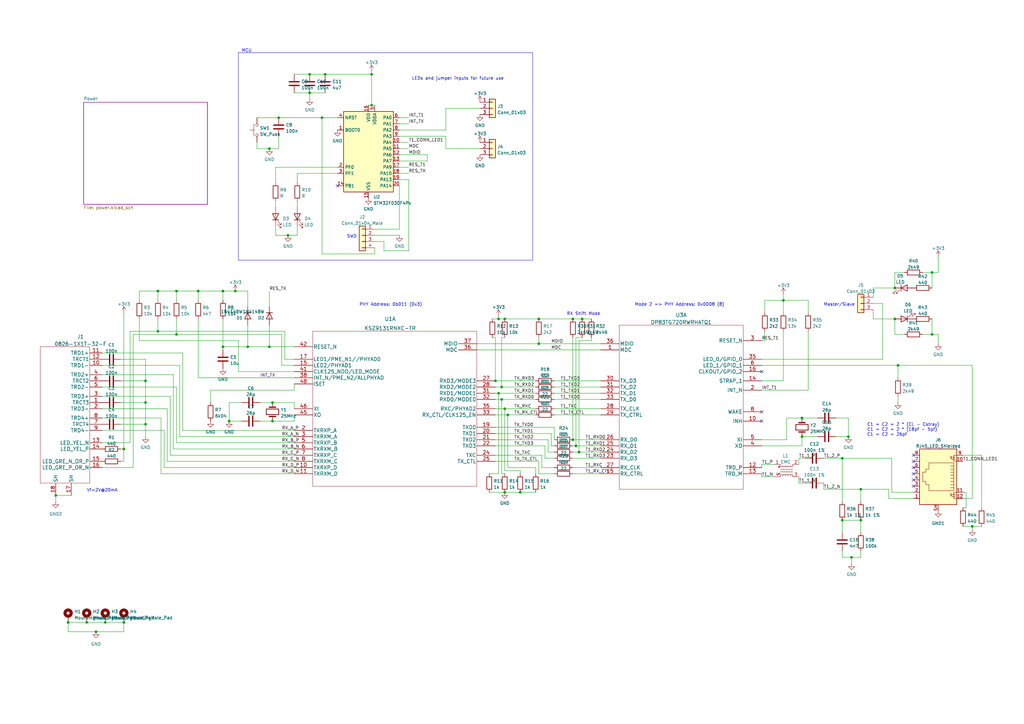
<source format=kicad_sch>
(kicad_sch (version 20230121) (generator eeschema)
  (paper "A3")
  (junction (at 213.36 201.93))
  (junction (at 43.18 255.27))
  (junction (at 207.01 130.81))
  (junction (at 101.6 142.24))
  (junction (at 398.78 215.9))
  (junction (at 59.69 156.21))
  (junction (at 127 38.1))
  (junction (at 207.01 201.93))
  (junction (at 81.28 119.38))
  (junction (at 321.31 123.19))
  (junction (at 220.98 140.97))
  (junction (at 118.11 96.52))
  (junction (at 347.98 179.07))
  (junction (at 345.44 213.36))
  (junction (at 114.3 48.26))
  (junction (at 367.03 130.81))
  (junction (at 204.47 130.81))
  (junction (at 236.22 182.88))
  (junction (at 234.95 180.34))
  (junction (at 238.76 130.81))
  (junction (at 353.06 213.36))
  (junction (at 152.4 43.18))
  (junction (at 220.98 130.81))
  (junction (at 27.94 255.27))
  (junction (at 208.28 170.18))
  (junction (at 96.52 119.38))
  (junction (at 205.74 163.83))
  (junction (at 152.4 30.48))
  (junction (at 93.98 172.72))
  (junction (at 39.37 259.08))
  (junction (at 367.03 118.11))
  (junction (at 35.56 255.27))
  (junction (at 50.8 184.15))
  (junction (at 59.69 173.99))
  (junction (at 91.44 142.24))
  (junction (at 22.86 203.2))
  (junction (at 111.76 165.1))
  (junction (at 111.76 172.72))
  (junction (at 349.25 228.6))
  (junction (at 132.08 48.26))
  (junction (at 237.49 185.42))
  (junction (at 203.2 156.21))
  (junction (at 368.3 149.86))
  (junction (at 110.49 60.96))
  (junction (at 328.93 171.45))
  (junction (at 382.27 111.76))
  (junction (at 91.44 119.38))
  (junction (at 345.44 187.96))
  (junction (at 50.8 255.27))
  (junction (at 72.39 137.16))
  (junction (at 110.49 142.24))
  (junction (at 59.69 165.1))
  (junction (at 234.95 130.81))
  (junction (at 133.35 30.48))
  (junction (at 328.93 179.07))
  (junction (at 64.77 119.38))
  (junction (at 382.27 137.16))
  (junction (at 205.74 158.75))
  (junction (at 64.77 135.89))
  (junction (at 353.06 200.66))
  (junction (at 72.39 119.38))
  (junction (at 204.47 161.29))
  (junction (at 127 30.48))
  (junction (at 207.01 167.64))
  (no_connect (at 312.42 152.4))
  (no_connect (at 374.65 196.85))
  (no_connect (at 374.65 199.39))
  (no_connect (at 374.65 189.23))
  (no_connect (at 138.43 76.2))
  (no_connect (at 312.42 168.91))
  (no_connect (at 374.65 191.77))
  (no_connect (at 374.65 186.69))
  (no_connect (at 374.65 194.31))
  (no_connect (at 312.42 172.72))
  (wire (pts (xy 204.47 161.29) (xy 219.71 161.29)))
  (wire (pts (xy 49.53 156.21) (xy 59.69 156.21)))
  (wire (pts (xy 91.44 142.24) (xy 101.6 142.24)))
  (wire (pts (xy 86.36 160.02) (xy 120.65 160.02)))
  (wire (pts (xy 93.98 165.1) (xy 93.98 172.72)))
  (wire (pts (xy 345.44 226.06) (xy 345.44 228.6)))
  (wire (pts (xy 27.94 259.08) (xy 39.37 259.08)))
  (wire (pts (xy 382.27 137.16) (xy 382.27 130.81)))
  (wire (pts (xy 234.95 180.34) (xy 246.38 180.34)))
  (wire (pts (xy 57.15 139.7) (xy 57.15 130.81)))
  (wire (pts (xy 105.41 58.42) (xy 105.41 60.96)))
  (wire (pts (xy 116.84 147.32) (xy 120.65 147.32)))
  (wire (pts (xy 71.12 153.67) (xy 71.12 184.15)))
  (wire (pts (xy 163.83 63.5) (xy 175.26 63.5)))
  (wire (pts (xy 81.28 119.38) (xy 91.44 119.38)))
  (wire (pts (xy 66.04 171.45) (xy 66.04 194.31)))
  (wire (pts (xy 204.47 130.81) (xy 207.01 130.81)))
  (wire (pts (xy 370.84 137.16) (xy 367.03 137.16)))
  (wire (pts (xy 203.2 138.43) (xy 203.2 156.21)))
  (wire (pts (xy 227.33 163.83) (xy 246.38 163.83)))
  (wire (pts (xy 41.91 191.77) (xy 54.61 191.77)))
  (wire (pts (xy 120.65 142.24) (xy 110.49 142.24)))
  (wire (pts (xy 349.25 228.6) (xy 353.06 228.6)))
  (wire (pts (xy 93.98 172.72) (xy 99.06 172.72)))
  (wire (pts (xy 50.8 259.08) (xy 39.37 259.08)))
  (wire (pts (xy 203.2 186.69) (xy 222.25 186.69)))
  (wire (pts (xy 353.06 213.36) (xy 353.06 218.44)))
  (wire (pts (xy 203.2 161.29) (xy 204.47 161.29)))
  (wire (pts (xy 345.44 213.36) (xy 353.06 213.36)))
  (wire (pts (xy 57.15 119.38) (xy 64.77 119.38)))
  (wire (pts (xy 120.65 191.77) (xy 67.31 191.77)))
  (wire (pts (xy 106.68 172.72) (xy 111.76 172.72)))
  (polyline (pts (xy 97.79 21.59) (xy 97.79 106.68)))
  (wire (pts (xy 68.58 167.64) (xy 41.91 167.64)))
  (wire (pts (xy 368.3 149.86) (xy 368.3 154.94)))
  (polyline (pts (xy 97.79 106.68) (xy 218.44 106.68)))
  (wire (pts (xy 106.68 165.1) (xy 111.76 165.1)))
  (wire (pts (xy 69.85 162.56) (xy 41.91 162.56)))
  (wire (pts (xy 220.98 189.23) (xy 220.98 194.31)))
  (wire (pts (xy 327.66 190.5) (xy 327.66 187.96)))
  (wire (pts (xy 152.4 30.48) (xy 152.4 43.18)))
  (wire (pts (xy 167.64 58.42) (xy 163.83 58.42)))
  (wire (pts (xy 163.83 73.66) (xy 167.64 73.66)))
  (wire (pts (xy 213.36 194.31) (xy 213.36 193.04)))
  (wire (pts (xy 132.08 104.14) (xy 132.08 48.26)))
  (wire (pts (xy 337.82 200.66) (xy 353.06 200.66)))
  (wire (pts (xy 227.33 161.29) (xy 246.38 161.29)))
  (wire (pts (xy 353.06 200.66) (xy 353.06 205.74)))
  (wire (pts (xy 22.86 203.2) (xy 29.21 203.2)))
  (wire (pts (xy 321.31 120.65) (xy 321.31 123.19)))
  (wire (pts (xy 201.93 138.43) (xy 203.2 138.43)))
  (wire (pts (xy 398.78 149.86) (xy 398.78 204.47)))
  (wire (pts (xy 163.83 48.26) (xy 167.64 48.26)))
  (wire (pts (xy 127 38.1) (xy 127 40.64)))
  (wire (pts (xy 384.81 111.76) (xy 382.27 111.76)))
  (wire (pts (xy 242.57 138.43) (xy 242.57 139.7)))
  (wire (pts (xy 219.71 194.31) (xy 219.71 191.77)))
  (wire (pts (xy 224.79 185.42) (xy 227.33 185.42)))
  (wire (pts (xy 120.65 160.02) (xy 120.65 157.48)))
  (wire (pts (xy 312.42 190.5) (xy 317.5 190.5)))
  (wire (pts (xy 345.44 228.6) (xy 349.25 228.6)))
  (wire (pts (xy 91.44 130.81) (xy 91.44 142.24)))
  (wire (pts (xy 163.83 76.2) (xy 163.83 93.98)))
  (wire (pts (xy 115.57 149.86) (xy 120.65 149.86)))
  (wire (pts (xy 81.28 119.38) (xy 81.28 123.19)))
  (wire (pts (xy 312.42 194.31) (xy 312.42 195.58)))
  (wire (pts (xy 22.86 203.2) (xy 22.86 205.74)))
  (wire (pts (xy 111.76 172.72) (xy 120.65 172.72)))
  (wire (pts (xy 81.28 130.81) (xy 81.28 154.94)))
  (wire (pts (xy 72.39 137.16) (xy 115.57 137.16)))
  (wire (pts (xy 27.94 255.27) (xy 27.94 259.08)))
  (wire (pts (xy 110.49 119.38) (xy 110.49 125.73)))
  (wire (pts (xy 120.65 194.31) (xy 66.04 194.31)))
  (wire (pts (xy 207.01 130.81) (xy 220.98 130.81)))
  (wire (pts (xy 313.69 135.89) (xy 313.69 139.7)))
  (wire (pts (xy 353.06 200.66) (xy 364.49 200.66)))
  (wire (pts (xy 114.3 48.26) (xy 132.08 48.26)))
  (wire (pts (xy 331.47 160.02) (xy 312.42 160.02)))
  (wire (pts (xy 203.2 182.88) (xy 223.52 182.88)))
  (wire (pts (xy 163.83 50.8) (xy 167.64 50.8)))
  (wire (pts (xy 237.49 139.7) (xy 237.49 185.42)))
  (wire (pts (xy 394.97 208.28) (xy 396.24 208.28)))
  (wire (pts (xy 234.95 130.81) (xy 238.76 130.81)))
  (wire (pts (xy 157.48 102.87) (xy 157.48 99.06)))
  (wire (pts (xy 384.81 137.16) (xy 382.27 137.16)))
  (wire (pts (xy 113.03 92.71) (xy 113.03 96.52)))
  (wire (pts (xy 242.57 139.7) (xy 237.49 139.7)))
  (wire (pts (xy 121.92 96.52) (xy 118.11 96.52)))
  (wire (pts (xy 120.65 38.1) (xy 127 38.1)))
  (wire (pts (xy 328.93 179.07) (xy 328.93 182.88)))
  (wire (pts (xy 365.76 187.96) (xy 365.76 201.93)))
  (wire (pts (xy 101.6 133.35) (xy 101.6 142.24)))
  (wire (pts (xy 227.33 158.75) (xy 246.38 158.75)))
  (wire (pts (xy 175.26 63.5) (xy 175.26 66.04)))
  (wire (pts (xy 74.93 144.78) (xy 41.91 144.78)))
  (wire (pts (xy 321.31 128.27) (xy 321.31 123.19)))
  (wire (pts (xy 163.83 71.12) (xy 167.64 71.12)))
  (wire (pts (xy 368.3 149.86) (xy 398.78 149.86)))
  (wire (pts (xy 97.79 152.4) (xy 97.79 139.7)))
  (wire (pts (xy 153.67 101.6) (xy 153.67 104.14)))
  (wire (pts (xy 398.78 215.9) (xy 398.78 217.17)))
  (wire (pts (xy 64.77 130.81) (xy 64.77 135.89)))
  (wire (pts (xy 116.84 135.89) (xy 116.84 147.32)))
  (wire (pts (xy 67.31 176.53) (xy 41.91 176.53)))
  (wire (pts (xy 227.33 167.64) (xy 246.38 167.64)))
  (wire (pts (xy 49.53 147.32) (xy 59.69 147.32)))
  (wire (pts (xy 347.98 171.45) (xy 347.98 179.07)))
  (wire (pts (xy 120.65 30.48) (xy 127 30.48)))
  (wire (pts (xy 203.2 189.23) (xy 220.98 189.23)))
  (wire (pts (xy 220.98 194.31) (xy 227.33 194.31)))
  (wire (pts (xy 113.03 82.55) (xy 113.03 85.09)))
  (wire (pts (xy 219.71 191.77) (xy 208.28 191.77)))
  (wire (pts (xy 49.53 165.1) (xy 59.69 165.1)))
  (wire (pts (xy 213.36 193.04) (xy 207.01 193.04)))
  (wire (pts (xy 222.25 186.69) (xy 222.25 191.77)))
  (wire (pts (xy 337.82 198.12) (xy 337.82 200.66)))
  (wire (pts (xy 322.58 180.34) (xy 322.58 171.45)))
  (wire (pts (xy 312.42 149.86) (xy 368.3 149.86)))
  (wire (pts (xy 327.66 195.58) (xy 327.66 198.12)))
  (wire (pts (xy 321.31 123.19) (xy 313.69 123.19)))
  (wire (pts (xy 322.58 171.45) (xy 328.93 171.45)))
  (wire (pts (xy 234.95 194.31) (xy 246.38 194.31)))
  (wire (pts (xy 207.01 201.93) (xy 213.36 201.93)))
  (wire (pts (xy 223.52 187.96) (xy 227.33 187.96)))
  (wire (pts (xy 313.69 123.19) (xy 313.69 128.27)))
  (wire (pts (xy 49.53 189.23) (xy 50.8 189.23)))
  (wire (pts (xy 43.18 255.27) (xy 50.8 255.27)))
  (wire (pts (xy 203.2 175.26) (xy 227.33 175.26)))
  (wire (pts (xy 312.42 182.88) (xy 328.93 182.88)))
  (wire (pts (xy 358.14 121.92) (xy 358.14 118.11)))
  (wire (pts (xy 74.93 176.53) (xy 74.93 144.78)))
  (wire (pts (xy 398.78 215.9) (xy 402.59 215.9)))
  (wire (pts (xy 152.4 43.18) (xy 153.67 43.18)))
  (wire (pts (xy 133.35 30.48) (xy 152.4 30.48)))
  (wire (pts (xy 72.39 119.38) (xy 72.39 123.19)))
  (wire (pts (xy 208.28 170.18) (xy 219.71 170.18)))
  (wire (pts (xy 157.48 99.06) (xy 153.67 99.06)))
  (wire (pts (xy 182.88 53.34) (xy 182.88 44.45)))
  (wire (pts (xy 234.95 138.43) (xy 234.95 180.34)))
  (wire (pts (xy 163.83 53.34) (xy 182.88 53.34)))
  (wire (pts (xy 91.44 123.19) (xy 91.44 119.38)))
  (wire (pts (xy 151.13 43.18) (xy 152.4 43.18)))
  (wire (pts (xy 364.49 204.47) (xy 374.65 204.47)))
  (wire (pts (xy 402.59 186.69) (xy 402.59 208.28)))
  (wire (pts (xy 226.06 182.88) (xy 227.33 182.88)))
  (wire (pts (xy 312.42 156.21) (xy 321.31 156.21)))
  (wire (pts (xy 54.61 137.16) (xy 72.39 137.16)))
  (wire (pts (xy 208.28 191.77) (xy 208.28 170.18)))
  (wire (pts (xy 110.49 142.24) (xy 110.49 133.35)))
  (wire (pts (xy 49.53 173.99) (xy 59.69 173.99)))
  (wire (pts (xy 312.42 180.34) (xy 322.58 180.34)))
  (wire (pts (xy 367.03 137.16) (xy 367.03 130.81)))
  (wire (pts (xy 220.98 140.97) (xy 246.38 140.97)))
  (wire (pts (xy 207.01 193.04) (xy 207.01 167.64)))
  (wire (pts (xy 120.65 172.72) (xy 120.65 170.18)))
  (wire (pts (xy 195.58 143.51) (xy 246.38 143.51)))
  (wire (pts (xy 105.41 48.26) (xy 114.3 48.26)))
  (wire (pts (xy 238.76 130.81) (xy 242.57 130.81)))
  (wire (pts (xy 72.39 158.75) (xy 41.91 158.75)))
  (wire (pts (xy 72.39 181.61) (xy 72.39 158.75)))
  (wire (pts (xy 394.97 201.93) (xy 396.24 201.93)))
  (wire (pts (xy 234.95 182.88) (xy 236.22 182.88)))
  (wire (pts (xy 163.83 66.04) (xy 175.26 66.04)))
  (wire (pts (xy 59.69 156.21) (xy 59.69 165.1)))
  (wire (pts (xy 398.78 204.47) (xy 394.97 204.47)))
  (wire (pts (xy 367.03 118.11) (xy 367.03 111.76)))
  (wire (pts (xy 113.03 96.52) (xy 118.11 96.52)))
  (wire (pts (xy 59.69 173.99) (xy 59.69 179.07)))
  (wire (pts (xy 121.92 71.12) (xy 121.92 74.93)))
  (wire (pts (xy 205.74 158.75) (xy 219.71 158.75)))
  (wire (pts (xy 163.83 68.58) (xy 167.64 68.58)))
  (wire (pts (xy 358.14 127) (xy 358.14 130.81)))
  (wire (pts (xy 59.69 147.32) (xy 59.69 156.21)))
  (wire (pts (xy 321.31 156.21) (xy 321.31 135.89)))
  (wire (pts (xy 138.43 68.58) (xy 113.03 68.58)))
  (wire (pts (xy 101.6 119.38) (xy 96.52 119.38)))
  (wire (pts (xy 331.47 128.27) (xy 331.47 123.19)))
  (wire (pts (xy 120.65 179.07) (xy 73.66 179.07)))
  (wire (pts (xy 365.76 201.93) (xy 374.65 201.93)))
  (wire (pts (xy 121.92 82.55) (xy 121.92 85.09)))
  (wire (pts (xy 66.04 171.45) (xy 41.91 171.45)))
  (wire (pts (xy 182.88 60.96) (xy 196.85 60.96)))
  (wire (pts (xy 50.8 184.15) (xy 50.8 189.23)))
  (wire (pts (xy 328.93 171.45) (xy 335.28 171.45)))
  (wire (pts (xy 27.94 255.27) (xy 35.56 255.27)))
  (wire (pts (xy 64.77 135.89) (xy 116.84 135.89)))
  (wire (pts (xy 54.61 191.77) (xy 54.61 137.16)))
  (wire (pts (xy 384.81 140.97) (xy 384.81 137.16)))
  (wire (pts (xy 223.52 182.88) (xy 223.52 187.96)))
  (wire (pts (xy 120.65 152.4) (xy 97.79 152.4)))
  (wire (pts (xy 220.98 138.43) (xy 220.98 140.97)))
  (wire (pts (xy 327.66 187.96) (xy 330.2 187.96)))
  (wire (pts (xy 64.77 119.38) (xy 72.39 119.38)))
  (wire (pts (xy 224.79 180.34) (xy 224.79 185.42)))
  (wire (pts (xy 364.49 200.66) (xy 364.49 204.47)))
  (wire (pts (xy 53.34 135.89) (xy 64.77 135.89)))
  (wire (pts (xy 236.22 138.43) (xy 236.22 182.88)))
  (wire (pts (xy 203.2 180.34) (xy 224.79 180.34)))
  (wire (pts (xy 91.44 119.38) (xy 96.52 119.38)))
  (wire (pts (xy 105.41 60.96) (xy 110.49 60.96)))
  (wire (pts (xy 121.92 92.71) (xy 121.92 96.52)))
  (wire (pts (xy 71.12 153.67) (xy 41.91 153.67)))
  (wire (pts (xy 342.9 171.45) (xy 347.98 171.45)))
  (wire (pts (xy 114.3 55.88) (xy 114.3 60.96)))
  (wire (pts (xy 207.01 167.64) (xy 219.71 167.64)))
  (wire (pts (xy 35.56 255.27) (xy 43.18 255.27)))
  (wire (pts (xy 153.67 104.14) (xy 132.08 104.14)))
  (wire (pts (xy 167.64 102.87) (xy 157.48 102.87)))
  (wire (pts (xy 67.31 191.77) (xy 67.31 176.53)))
  (wire (pts (xy 73.66 179.07) (xy 73.66 149.86)))
  (wire (pts (xy 120.65 176.53) (xy 74.93 176.53)))
  (wire (pts (xy 201.93 130.81) (xy 204.47 130.81)))
  (wire (pts (xy 378.46 137.16) (xy 382.27 137.16)))
  (wire (pts (xy 72.39 130.81) (xy 72.39 137.16)))
  (wire (pts (xy 91.44 142.24) (xy 91.44 143.51)))
  (wire (pts (xy 349.25 228.6) (xy 349.25 231.14)))
  (wire (pts (xy 99.06 165.1) (xy 93.98 165.1)))
  (wire (pts (xy 345.44 187.96) (xy 365.76 187.96)))
  (wire (pts (xy 207.01 194.31) (xy 205.74 194.31)))
  (wire (pts (xy 120.65 165.1) (xy 120.65 167.64)))
  (wire (pts (xy 236.22 138.43) (xy 238.76 138.43)))
  (wire (pts (xy 234.95 187.96) (xy 246.38 187.96)))
  (wire (pts (xy 207.01 138.43) (xy 205.74 138.43)))
  (wire (pts (xy 312.42 195.58) (xy 317.5 195.58)))
  (wire (pts (xy 220.98 130.81) (xy 234.95 130.81)))
  (wire (pts (xy 234.95 185.42) (xy 237.49 185.42)))
  (wire (pts (xy 101.6 142.24) (xy 110.49 142.24)))
  (wire (pts (xy 361.95 124.46) (xy 361.95 147.32)))
  (wire (pts (xy 69.85 186.69) (xy 69.85 162.56)))
  (wire (pts (xy 138.43 71.12) (xy 121.92 71.12)))
  (wire (pts (xy 195.58 140.97) (xy 220.98 140.97)))
  (wire (pts (xy 86.36 165.1) (xy 86.36 160.02)))
  (wire (pts (xy 182.88 55.88) (xy 182.88 60.96)))
  (wire (pts (xy 97.79 139.7) (xy 57.15 139.7)))
  (wire (pts (xy 50.8 255.27) (xy 50.8 259.08)))
  (wire (pts (xy 127 38.1) (xy 133.35 38.1)))
  (wire (pts (xy 227.33 170.18) (xy 246.38 170.18)))
  (wire (pts (xy 331.47 135.89) (xy 331.47 160.02)))
  (wire (pts (xy 394.97 215.9) (xy 398.78 215.9)))
  (wire (pts (xy 345.44 187.96) (xy 345.44 205.74)))
  (wire (pts (xy 64.77 123.19) (xy 64.77 119.38)))
  (wire (pts (xy 367.03 111.76) (xy 370.84 111.76)))
  (wire (pts (xy 115.57 137.16) (xy 115.57 149.86)))
  (wire (pts (xy 72.39 119.38) (xy 81.28 119.38)))
  (wire (pts (xy 59.69 165.1) (xy 59.69 173.99)))
  (wire (pts (xy 68.58 189.23) (xy 68.58 167.64)))
  (wire (pts (xy 227.33 175.26) (xy 227.33 180.34)))
  (wire (pts (xy 205.74 138.43) (xy 205.74 158.75)))
  (wire (pts (xy 378.46 111.76) (xy 382.27 111.76)))
  (wire (pts (xy 358.14 124.46) (xy 361.95 124.46)))
  (wire (pts (xy 382.27 111.76) (xy 382.27 118.11)))
  (wire (pts (xy 81.28 154.94) (xy 120.65 154.94)))
  (wire (pts (xy 205.74 163.83) (xy 205.74 194.31)))
  (wire (pts (xy 73.66 149.86) (xy 41.91 149.86)))
  (wire (pts (xy 200.66 194.31) (xy 204.47 194.31)))
  (wire (pts (xy 384.81 105.41) (xy 384.81 111.76)))
  (wire (pts (xy 226.06 177.8) (xy 226.06 182.88)))
  (wire (pts (xy 167.64 73.66) (xy 167.64 102.87)))
  (wire (pts (xy 394.97 186.69) (xy 402.59 186.69)))
  (wire (pts (xy 113.03 68.58) (xy 113.03 74.93)))
  (wire (pts (xy 237.49 185.42) (xy 246.38 185.42)))
  (wire (pts (xy 312.42 191.77) (xy 312.42 190.5)))
  (wire (pts (xy 203.2 158.75) (xy 205.74 158.75)))
  (wire (pts (xy 331.47 123.19) (xy 321.31 123.19)))
  (wire (pts (xy 120.65 186.69) (xy 69.85 186.69)))
  (wire (pts (xy 203.2 167.64) (xy 207.01 167.64)))
  (wire (pts (xy 312.42 147.32) (xy 361.95 147.32)))
  (wire (pts (xy 132.08 48.26) (xy 138.43 48.26)))
  (polyline (pts (xy 218.44 106.68) (xy 218.44 21.59)))
  (wire (pts (xy 53.34 135.89) (xy 53.34 181.61)))
  (wire (pts (xy 236.22 182.88) (xy 246.38 182.88)))
  (wire (pts (xy 203.2 163.83) (xy 205.74 163.83)))
  (wire (pts (xy 203.2 170.18) (xy 208.28 170.18)))
  (wire (pts (xy 153.67 96.52) (xy 163.83 96.52)))
  (wire (pts (xy 152.4 29.21) (xy 152.4 30.48)))
  (wire (pts (xy 163.83 60.96) (xy 167.64 60.96)))
  (polyline (pts (xy 97.79 21.59) (xy 218.44 21.59)))
  (wire (pts (xy 345.44 213.36) (xy 345.44 218.44)))
  (wire (pts (xy 101.6 125.73) (xy 101.6 119.38)))
  (wire (pts (xy 342.9 179.07) (xy 347.98 179.07)))
  (wire (pts (xy 182.88 44.45) (xy 196.85 44.45)))
  (wire (pts (xy 50.8 128.27) (xy 50.8 184.15)))
  (wire (pts (xy 127 30.48) (xy 133.35 30.48)))
  (wire (pts (xy 204.47 194.31) (xy 204.47 161.29)))
  (wire (pts (xy 163.83 93.98) (xy 153.67 93.98)))
  (wire (pts (xy 368.3 162.56) (xy 368.3 165.1)))
  (wire (pts (xy 328.93 179.07) (xy 335.28 179.07)))
  (wire (pts (xy 358.14 130.81) (xy 367.03 130.81)))
  (wire (pts (xy 120.65 189.23) (xy 68.58 189.23)))
  (wire (pts (xy 203.2 177.8) (xy 226.06 177.8)))
  (wire (pts (xy 204.47 129.54) (xy 204.47 130.81)))
  (wire (pts (xy 396.24 201.93) (xy 396.24 208.28)))
  (wire (pts (xy 163.83 55.88) (xy 182.88 55.88)))
  (wire (pts (xy 205.74 163.83) (xy 219.71 163.83)))
  (wire (pts (xy 120.65 181.61) (xy 72.39 181.61)))
  (wire (pts (xy 227.33 156.21) (xy 246.38 156.21)))
  (wire (pts (xy 114.3 60.96) (xy 110.49 60.96)))
  (wire (pts (xy 120.65 184.15) (xy 71.12 184.15)))
  (wire (pts (xy 327.66 198.12) (xy 330.2 198.12)))
  (wire (pts (xy 358.14 118.11) (xy 367.03 118.11)))
  (wire (pts (xy 312.42 139.7) (xy 313.69 139.7)))
  (wire (pts (xy 200.66 201.93) (xy 207.01 201.93)))
  (wire (pts (xy 53.34 181.61) (xy 41.91 181.61)))
  (wire (pts (xy 49.53 184.15) (xy 50.8 184.15)))
  (wire (pts (xy 222.25 191.77) (xy 227.33 191.77)))
  (wire (pts (xy 337.82 187.96) (xy 345.44 187.96)))
  (wire (pts (xy 203.2 156.21) (xy 219.71 156.21)))
  (wire (pts (xy 213.36 201.93) (xy 219.71 201.93)))
  (wire (pts (xy 353.06 226.06) (xy 353.06 228.6)))
  (wire (pts (xy 234.95 191.77) (xy 246.38 191.77)))
  (wire (pts (xy 111.76 165.1) (xy 120.65 165.1)))
  (wire (pts (xy 57.15 123.19) (xy 57.15 119.38)))
  (text "Vf=2V@20mA" (at 35.56 201.93 0) (effects (font (size 1.27 1.27)) (justify left bottom)))
  (text "LEDs and jumper inputs for future use" (at 168.91 33.02 0) (effects (font (size 1.27 1.27)) (justify left bottom)))
  (text "Mode 2 => PHY Address: 0x0008 (8)" (at 260.35 125.73 0) (effects (font (size 1.27 1.27)) (justify left bottom)))
  (text "C1 = C2 = 2 * (CL - Cstray)\nC1 = C2 = 2 * (18pf - 5pf)\nC1 = C2 = 26pf" (at 355.6 179.07 0) (effects (font (size 1.27 1.27)) (justify left bottom)))
  (text "SWD" (at 142.24 97.79 0) (effects (font (size 1.27 1.27)) (justify left bottom)))
  (text "RX Shift Mode" (at 232.41 129.54 0) (effects (font (size 1.27 1.27)) (justify left bottom)))
  (text "PHY Address: 0b011 (0x3)" (at 147.32 125.73 0) (effects (font (size 1.27 1.27)) (justify left bottom)))
  (text "MCU" (at 99.06 21.59 0) (effects (font (size 1.27 1.27)) (justify left bottom)))
  (text "Master/Slave" (at 337.82 125.73 0) (effects (font (size 1.27 1.27)) (justify left bottom)))
  (label "T1_2_P" (at 337.82 187.96 0))
  (label "T1_CONN_LED1" (at 394.97 189.23 0))
  (label "RES_T1" (at 312.42 139.7 0))
  (label "TX_TXD3" (at 210.82 182.88 0))
  (label "TX_RXD3" (at 210.82 156.21 0))
  (label "TX_RXD0" (at 210.82 163.83 0))
  (label "RES_T1" (at 167.64 68.58 0))
  (label "T1_RXC" (at 240.03 191.77 0))
  (label "T1_1_P" (at 327.66 187.96 0))
  (label "RES_TX" (at 110.49 119.38 0))
  (label "TX_RXD1" (at 210.82 161.29 0))
  (label "INT_T1" (at 167.64 48.26 0))
  (label "RX_C_P" (at 115.57 186.69 0))
  (label "T1_N" (at 312.42 195.58 0))
  (label "TX_RX_CTL" (at 210.82 170.18 0))
  (label "T1_TXD3" (at 229.87 156.21 0))
  (label "MDC" (at 167.64 60.96 0))
  (label "INT_TX" (at 167.64 50.8 0))
  (label "RX_A_N" (at 115.57 179.07 0))
  (label "T1_RXD0" (at 240.03 180.34 0))
  (label "INT_T1" (at 312.42 160.02 0))
  (label "RX_B_P" (at 115.57 181.61 0))
  (label "TX_RXC" (at 210.82 167.64 0))
  (label "T1_TXD0" (at 229.87 163.83 0))
  (label "T1_RX_CTL" (at 240.03 194.31 0))
  (label "TX_TXD1" (at 210.82 177.8 0))
  (label "RES_TX" (at 167.64 71.12 0))
  (label "T1_RXD1" (at 240.03 182.88 0))
  (label "RX_A_P" (at 115.57 176.53 0))
  (label "INT_TX" (at 106.68 154.94 0))
  (label "T1_TXD1" (at 229.87 161.29 0))
  (label "T1_2_N" (at 337.82 200.66 0))
  (label "T1_P" (at 312.42 190.5 0))
  (label "T1_RXD2" (at 240.03 185.42 0))
  (label "T1_CONN_LED1" (at 167.64 58.42 0))
  (label "TX_TXC" (at 210.82 186.69 0))
  (label "T1_RXD3" (at 240.03 187.96 0))
  (label "MDIO" (at 226.06 140.97 0))
  (label "RX_D_N" (at 115.57 194.31 0))
  (label "T1_TXD2" (at 229.87 158.75 0))
  (label "T1_1_N" (at 327.66 198.12 0))
  (label "TX_RXD2" (at 210.82 158.75 0))
  (label "TX_TXD2" (at 210.82 180.34 0))
  (label "TX_TXD0" (at 210.82 175.26 0))
  (label "RX_C_N" (at 115.57 189.23 0))
  (label "T1_TX_CTL" (at 229.87 170.18 0))
  (label "MDC" (at 226.06 143.51 0))
  (label "RX_D_P" (at 115.57 191.77 0))
  (label "TX_TX_CTL" (at 210.82 189.23 0))
  (label "RX_B_N" (at 115.57 184.15 0))
  (label "T1_TXC" (at 229.87 167.64 0))
  (label "MDIO" (at 167.64 63.5 0))
  (symbol (lib_id "Device:R") (at 231.14 194.31 90) (unit 1)
    (property "Reference" "R29" (at 231.14 189.5942 90))
    (property "Value" "22" (at 231.14 192.1311 90))
    (property "Footprint" "Resistor_SMD:R_0402_1005Metric" (effects hide))
  )
  (symbol (lib_id "power:GND") (at 196.85 63.5 0) (unit 1)
    (property "Reference" "#PWR018" (effects hide))
    (property "Value" "GND" (at 196.85 67.9434 0))
  )
  (symbol (lib_id "project_lib:0826-1X1T-32-F") (at 41.91 144.78 0) (mirror y) (unit 1)
    (property "Reference" "J1" (at 33.02 138.0924 0) (effects (font (size 1.524 1.524))))
    (property "Value" "0826-1X1T-32-F" (at 33.02 141.0858 0) (effects (font (size 1.524 1.524))))
    (property "Footprint" "project_lib:0826-1X1T-32-F" (effects hide))
  )
  (symbol (lib_id "Device:R") (at 201.93 134.62 0) (unit 1)
    (property "Reference" "R12" (at 203.708 133.7853 0) (effects (justify left)))
    (property "Value" "10k" (at 203.708 136.3222 0) (effects (justify left)))
    (property "Footprint" "Resistor_SMD:R_0402_1005Metric" (effects hide))
  )
  (symbol (lib_id "Connector_Generic:Conn_01x03") (at 201.93 44.45 0) (unit 1)
    (property "Reference" "J3" (at 203.962 43.6153 0) (effects (justify left)))
    (property "Value" "Conn_01x03" (at 203.962 46.1522 0) (effects (justify left)))
    (property "Footprint" "Connector_PinHeader_2.54mm:PinHeader_1x03_P2.54mm_Vertical" (effects hide))
  )
  (symbol (lib_id "Connector_Generic:Conn_01x04") (at 148.59 96.52 0) (mirror y) (unit 1)
    (property "Reference" "J2" (at 148.59 89.0102 0))
    (property "Value" "Conn_01x04_Male" (at 148.59 91.5471 0))
    (property "Footprint" "Connector_PinHeader_2.54mm:PinHeader_1x04_P2.54mm_Vertical" (effects hide))
  )
  (symbol (lib_id "power:GND") (at 349.25 231.14 0) (unit 1)
    (property "Reference" "#PWR023" (effects hide))
    (property "Value" "GND" (at 349.25 235.5834 0))
  )
  (symbol (lib_id "power:GND") (at 91.44 151.13 0) (unit 1)
    (property "Reference" "#PWR05" (effects hide))
    (property "Value" "GND" (at 91.44 155.5734 0))
  )
  (symbol (lib_id "power:+3V3") (at 196.85 41.91 0) (unit 1)
    (property "Reference" "#PWR015" (effects hide))
    (property "Value" "+3V3" (at 196.85 38.3342 0))
  )
  (symbol (lib_id "Device:R") (at 378.46 130.81 90) (unit 1)
    (property "Reference" "R43" (at 378.46 126.0942 90))
    (property "Value" "440" (at 378.46 128.6311 90))
    (property "Footprint" "Resistor_SMD:R_0402_1005Metric" (effects hide))
  )
  (symbol (lib_id "power:GND") (at 384.81 140.97 0) (unit 1)
    (property "Reference" "#PWR026" (effects hide))
    (property "Value" "GND" (at 384.81 145.4134 0))
  )
  (symbol (lib_id "Device:C") (at 102.87 165.1 90) (unit 1)
    (property "Reference" "C6" (at 102.87 159.2412 90))
    (property "Value" "26p" (at 102.87 161.7781 90))
    (property "Footprint" "Capacitor_SMD:C_0402_1005Metric" (effects hide))
  )
  (symbol (lib_id "Device:R") (at 64.77 127 0) (unit 1)
    (property "Reference" "R4" (at 66.548 126.1653 0) (effects (justify left)))
    (property "Value" "10k" (at 66.548 128.7022 0) (effects (justify left)))
    (property "Footprint" "Resistor_SMD:R_0402_1005Metric" (effects hide))
  )
  (symbol (lib_id "Device:C") (at 45.72 165.1 90) (unit 1)
    (property "Reference" "C3" (at 45.72 159.2412 90))
    (property "Value" "100n" (at 45.72 161.7781 90))
    (property "Footprint" "Capacitor_SMD:C_0402_1005Metric" (effects hide))
  )
  (symbol (lib_id "Device:LED") (at 121.92 88.9 90) (unit 1)
    (property "Reference" "D4" (at 124.841 89.6528 90) (effects (justify right)))
    (property "Value" "LED" (at 124.841 92.1897 90) (effects (justify right)))
    (property "Footprint" "LED_SMD:LED_0603_1608Metric" (effects hide))
  )
  (symbol (lib_id "Device:R") (at 238.76 134.62 0) (unit 1)
    (property "Reference" "R31" (at 240.538 133.7853 0) (effects (justify left)))
    (property "Value" "2k49" (at 240.538 136.3222 0) (effects (justify left)))
    (property "Footprint" "Resistor_SMD:R_0402_1005Metric" (effects hide))
  )
  (symbol (lib_id "Connector:RJ45_LED_Shielded") (at 384.81 196.85 0) (mirror y) (unit 1)
    (property "Reference" "J6" (at 384.81 180.4502 0))
    (property "Value" "RJ45_LED_Shielded" (at 384.81 182.9871 0))
    (property "Footprint" "Connector_RJ:RJ45_Amphenol_RJHSE538X" (effects hide))
  )
  (symbol (lib_id "Diode:1N4148W") (at 110.49 129.54 270) (unit 1)
    (property "Reference" "D2" (at 108.458 130.3747 90) (effects (justify right)))
    (property "Value" "1N4148W" (at 108.458 127.8378 90) (effects (justify right)))
    (property "Footprint" "Diode_SMD:D_SOD-123" (effects hide))
    (property "Datasheet" "https://www.vishay.com/docs/85748/1n4148w.pdf" (effects hide))
  )
  (symbol (lib_id "Device:C") (at 339.09 171.45 90) (unit 1)
    (property "Reference" "C14" (at 339.09 165.5912 90))
    (property "Value" "26p" (at 339.09 168.1281 90))
    (property "Footprint" "Capacitor_SMD:C_0402_1005Metric" (effects hide))
  )
  (symbol (lib_id "power:+3V3") (at 321.31 120.65 0) (unit 1)
    (property "Reference" "#PWR021" (effects hide))
    (property "Value" "+3V3" (at 321.31 117.0742 0))
  )
  (symbol (lib_id "Device:R") (at 231.14 185.42 90) (unit 1)
    (property "Reference" "R26" (at 231.14 180.7042 90))
    (property "Value" "22" (at 231.14 183.2411 90))
    (property "Footprint" "Resistor_SMD:R_0402_1005Metric" (effects hide))
  )
  (symbol (lib_id "Device:R") (at 86.36 168.91 0) (unit 1)
    (property "Reference" "R7" (at 88.138 168.0753 0) (effects (justify left)))
    (property "Value" "6k04" (at 88.138 170.6122 0) (effects (justify left)))
    (property "Footprint" "Resistor_SMD:R_0402_1005Metric" (effects hide))
  )
  (symbol (lib_id "power:GND") (at 127 40.64 0) (unit 1)
    (property "Reference" "#PWR010" (effects hide))
    (property "Value" "GND" (at 127 45.0834 0))
  )
  (symbol (lib_id "Device:R") (at 57.15 127 0) (unit 1)
    (property "Reference" "R3" (at 58.928 126.1653 0) (effects (justify left)))
    (property "Value" "10k" (at 58.928 128.7022 0) (effects (justify left)))
    (property "Footprint" "Resistor_SMD:R_0402_1005Metric" (effects hide))
  )
  (symbol (lib_id "Device:C") (at 45.72 173.99 90) (unit 1)
    (property "Reference" "C4" (at 45.72 168.1312 90))
    (property "Value" "100n" (at 45.72 170.6681 90))
    (property "Footprint" "Capacitor_SMD:C_0402_1005Metric" (effects hide))
  )
  (symbol (lib_id "power:GND") (at 59.69 179.07 0) (unit 1)
    (property "Reference" "#PWR03" (effects hide))
    (property "Value" "GND" (at 59.69 183.5134 0))
  )
  (symbol (lib_id "Device:R") (at 219.71 198.12 0) (unit 1)
    (property "Reference" "R16" (at 221.488 197.2853 0) (effects (justify left)))
    (property "Value" "1k" (at 221.488 199.8222 0) (effects (justify left)))
    (property "Footprint" "Resistor_SMD:R_0402_1005Metric" (effects hide))
  )
  (symbol (lib_id "power:+3V3") (at 50.8 128.27 0) (unit 1)
    (property "Reference" "#PWR02" (effects hide))
    (property "Value" "+3V3" (at 50.8 124.6942 0))
  )
  (symbol (lib_id "Device:R") (at 234.95 134.62 0) (unit 1)
    (property "Reference" "R30" (at 236.728 133.7853 0) (effects (justify left)))
    (property "Value" "2k49" (at 236.728 136.3222 0) (effects (justify left)))
    (property "Footprint" "Resistor_SMD:R_0402_1005Metric" (effects hide))
  )
  (symbol (lib_id "MCU_ST_STM32F0:STM32F030F4Px") (at 151.13 60.96 0) (unit 1)
    (property "Reference" "U2" (at 153.1494 80.7704 0) (effects (justify left)))
    (property "Value" "STM32F030F4Px" (at 153.1494 83.3073 0) (effects (justify left)))
    (property "Footprint" "Package_SO:TSSOP-20_4.4x6.5mm_P0.65mm" (effects hide))
    (property "Datasheet" "http://www.st.com/st-web-ui/static/active/en/resource/technical/document/datasheet/DM00088500.pdf" (effects hide))
  )
  (symbol (lib_id "Device:L_Iron_Coupled_1243") (at 322.58 193.04 0) (unit 1)
    (property "Reference" "L1" (at 322.199 186.9272 0))
    (property "Value" "CMC" (at 322.199 189.4641 0))
    (property "Footprint" "project_lib:DLW32MH101XK2L" (effects hide))
  )
  (symbol (lib_id "Device:R") (at 45.72 184.15 90) (unit 1)
    (property "Reference" "R1" (at 45.72 179.4342 90))
    (property "Value" "440" (at 45.72 181.9711 90))
    (property "Footprint" "Resistor_SMD:R_0402_1005Metric" (effects hide))
  )
  (symbol (lib_id "Device:R") (at 213.36 198.12 0) (unit 1)
    (property "Reference" "R15" (at 215.138 197.2853 0) (effects (justify left)))
    (property "Value" "1k" (at 215.138 199.8222 0) (effects (justify left)))
    (property "Footprint" "Resistor_SMD:R_0402_1005Metric" (effects hide))
  )
  (symbol (lib_id "Device:C") (at 45.72 156.21 90) (unit 1)
    (property "Reference" "C2" (at 45.72 150.3512 90))
    (property "Value" "100n" (at 45.72 152.8881 90))
    (property "Footprint" "Capacitor_SMD:C_0402_1005Metric" (effects hide))
  )
  (symbol (lib_id "Device:R") (at 353.06 209.55 0) (unit 1)
    (property "Reference" "R37" (at 354.838 208.7153 0) (effects (justify left)))
    (property "Value" "1k 1%" (at 354.838 211.2522 0) (effects (justify left)))
    (property "Footprint" "Resistor_SMD:R_1206_3216Metric" (effects hide))
  )
  (symbol (lib_id "Device:R") (at 345.44 209.55 0) (unit 1)
    (property "Reference" "R36" (at 347.218 208.7153 0) (effects (justify left)))
    (property "Value" "1k 1%" (at 347.218 211.2522 0) (effects (justify left)))
    (property "Footprint" "Resistor_SMD:R_1206_3216Metric" (effects hide))
  )
  (symbol (lib_id "Connector_Generic:Conn_01x03") (at 353.06 124.46 0) (mirror y) (unit 1)
    (property "Reference" "J5" (at 353.06 116.9502 0))
    (property "Value" "Conn_01x03" (at 353.06 119.4871 0))
    (property "Footprint" "Connector_PinHeader_2.54mm:PinHeader_1x03_P2.54mm_Vertical" (effects hide))
  )
  (symbol (lib_id "Device:LED") (at 370.84 130.81 180) (unit 1)
    (property "Reference" "D6" (at 372.4275 124.9512 0))
    (property "Value" "LED" (at 372.4275 127.4881 0))
    (property "Footprint" "LED_SMD:LED_0603_1608Metric" (effects hide))
  )
  (symbol (lib_id "power:+3V3") (at 204.47 129.54 0) (unit 1)
    (property "Reference" "#PWR019" (effects hide))
    (property "Value" "+3V3" (at 204.47 125.9642 0))
  )
  (symbol (lib_name "1N4148W_1") (lib_id "Diode:1N4148W") (at 101.6 129.54 270) (unit 1)
    (property "Reference" "D1" (at 99.568 130.3747 90) (effects (justify right)))
    (property "Value" "1N4148W" (at 99.568 127.8378 90) (effects (justify right)))
    (property "Footprint" "Diode_SMD:D_SOD-123" (effects hide))
    (property "Datasheet" "https://www.vishay.com/docs/85748/1n4148w.pdf" (effects hide))
  )
  (symbol (lib_id "power:GND") (at 398.78 217.17 0) (unit 1)
    (property "Reference" "#PWR028" (effects hide))
    (property "Value" "GND" (at 398.78 221.6134 0))
  )
  (symbol (lib_id "Device:R") (at 45.72 189.23 90) (unit 1)
    (property "Reference" "R2" (at 45.72 184.5142 90))
    (property "Value" "440" (at 45.72 187.0511 90))
    (property "Footprint" "Resistor_SMD:R_0402_1005Metric" (effects hide))
  )
  (symbol (lib_id "Device:R") (at 313.69 132.08 0) (unit 1)
    (property "Reference" "R33" (at 315.468 131.2453 0) (effects (justify left)))
    (property "Value" "2k2" (at 315.468 133.7822 0) (effects (justify left)))
    (property "Footprint" "Resistor_SMD:R_0402_1005Metric" (effects hide))
  )
  (symbol (lib_id "Device:R") (at 223.52 156.21 90) (unit 1)
    (property "Reference" "R18" (at 223.52 151.4942 90))
    (property "Value" "22" (at 223.52 154.0311 90))
    (property "Footprint" "Resistor_SMD:R_0402_1005Metric" (effects hide))
  )
  (symbol (lib_id "Device:C") (at 334.01 198.12 90) (unit 1)
    (property "Reference" "C13" (at 334.01 192.2612 90))
    (property "Value" "100n 1%" (at 334.01 194.7981 90))
    (property "Footprint" "Capacitor_SMD:C_0402_1005Metric" (effects hide))
  )
  (symbol (lib_id "Device:R") (at 200.66 198.12 0) (unit 1)
    (property "Reference" "R11" (at 202.438 197.2853 0) (effects (justify left)))
    (property "Value" "1k" (at 202.438 199.8222 0) (effects (justify left)))
    (property "Footprint" "Resistor_SMD:R_0402_1005Metric" (effects hide))
  )
  (symbol (lib_id "Device:R") (at 231.14 187.96 90) (unit 1)
    (property "Reference" "R27" (at 231.14 183.2442 90))
    (property "Value" "22" (at 231.14 185.7811 90))
    (property "Footprint" "Resistor_SMD:R_0402_1005Metric" (effects hide))
  )
  (symbol (lib_id "power:GND") (at 110.49 60.96 0) (unit 1)
    (property "Reference" "#PWR08" (effects hide))
    (property "Value" "GND" (at 110.49 65.4034 0))
  )
  (symbol (lib_id "Device:C") (at 339.09 179.07 90) (unit 1)
    (property "Reference" "C15" (at 339.09 173.2112 90))
    (property "Value" "26p" (at 339.09 175.7481 90))
    (property "Footprint" "Capacitor_SMD:C_0402_1005Metric" (effects hide))
  )
  (symbol (lib_id "power:+3V3") (at 152.4 29.21 0) (unit 1)
    (property "Reference" "#PWR013" (effects hide))
    (property "Value" "+3V3" (at 152.4 25.6342 0))
  )
  (symbol (lib_id "Mechanical:MountingHole_Pad") (at 43.18 252.73 0) (unit 1)
    (property "Reference" "H3" (at 45.72 250.825 0) (effects (justify left)))
    (property "Value" "MountingHole_Pad" (at 45.72 253.365 0) (effects (justify left)))
    (property "Footprint" "MountingHole:MountingHole_2.2mm_M2_DIN965_Pad_TopBottom" (effects hide))
  )
  (symbol (lib_id "power:GND") (at 163.83 96.52 0) (unit 1)
    (property "Reference" "#PWR014" (effects hide))
    (property "Value" "GND" (at 163.83 100.9634 0))
  )
  (symbol (lib_id "Device:LED") (at 370.84 118.11 0) (unit 1)
    (property "Reference" "D5" (at 369.2525 113.1402 0))
    (property "Value" "LED" (at 369.2525 115.6771 0))
    (property "Footprint" "LED_SMD:LED_0603_1608Metric" (effects hide))
  )
  (symbol (lib_id "Device:R") (at 231.14 182.88 90) (unit 1)
    (property "Reference" "R25" (at 231.14 178.1642 90))
    (property "Value" "22" (at 231.14 180.7011 90))
    (property "Footprint" "Resistor_SMD:R_0402_1005Metric" (effects hide))
  )
  (symbol (lib_id "Device:C") (at 45.72 147.32 90) (unit 1)
    (property "Reference" "C1" (at 45.72 141.4612 90))
    (property "Value" "100n" (at 45.72 143.9981 90))
    (property "Footprint" "Capacitor_SMD:C_0402_1005Metric" (effects hide))
  )
  (symbol (lib_id "power:+3V3") (at 96.52 119.38 0) (unit 1)
    (property "Reference" "#PWR07" (effects hide))
    (property "Value" "+3V3" (at 96.52 115.8042 0))
  )
  (symbol (lib_id "Device:R") (at 321.31 132.08 0) (unit 1)
    (property "Reference" "R34" (at 323.088 131.2453 0) (effects (justify left)))
    (property "Value" "13k" (at 323.088 133.7822 0) (effects (justify left)))
    (property "Footprint" "Resistor_SMD:R_0402_1005Metric" (effects hide))
  )
  (symbol (lib_id "Device:R") (at 207.01 198.12 0) (unit 1)
    (property "Reference" "R14" (at 208.788 197.2853 0) (effects (justify left)))
    (property "Value" "1k" (at 208.788 199.8222 0) (effects (justify left)))
    (property "Footprint" "Resistor_SMD:R_0402_1005Metric" (effects hide))
  )
  (symbol (lib_id "Device:R") (at 378.46 118.11 90) (unit 1)
    (property "Reference" "R42" (at 378.46 113.3942 90))
    (property "Value" "440" (at 378.46 115.9311 90))
    (property "Footprint" "Resistor_SMD:R_0402_1005Metric" (effects hide))
  )
  (symbol (lib_id "Device:C") (at 114.3 52.07 0) (unit 1)
    (property "Reference" "C8" (at 117.221 51.2353 0) (effects (justify left)))
    (property "Value" "100n" (at 117.221 53.7722 0) (effects (justify left)))
    (property "Footprint" "Capacitor_SMD:C_0402_1005Metric" (effects hide))
  )
  (symbol (lib_id "Device:R") (at 223.52 170.18 90) (unit 1)
    (property "Reference" "R23" (at 223.52 165.4642 90))
    (property "Value" "22" (at 223.52 168.0011 90))
    (property "Footprint" "Resistor_SMD:R_0402_1005Metric" (effects hide))
  )
  (symbol (lib_id "power:GND") (at 39.37 259.08 0) (unit 1)
    (property "Reference" "#PWR071" (effects hide))
    (property "Value" "GND" (at 39.37 264.16 0))
  )
  (symbol (lib_id "Device:R") (at 331.47 132.08 0) (unit 1)
    (property "Reference" "R35" (at 333.248 131.2453 0) (effects (justify left)))
    (property "Value" "2k2" (at 333.248 133.7822 0) (effects (justify left)))
    (property "Footprint" "Resistor_SMD:R_0402_1005Metric" (effects hide))
  )
  (symbol (lib_id "Device:R") (at 223.52 158.75 90) (unit 1)
    (property "Reference" "R19" (at 223.52 154.0342 90))
    (property "Value" "22" (at 223.52 156.5711 90))
    (property "Footprint" "Resistor_SMD:R_0402_1005Metric" (effects hide))
  )
  (symbol (lib_id "Mechanical:MountingHole_Pad") (at 35.56 252.73 0) (unit 1)
    (property "Reference" "H2" (at 38.1 250.825 0) (effects (justify left)))
    (property "Value" "MountingHole_Pad" (at 38.1 253.365 0) (effects (justify left)))
    (property "Footprint" "MountingHole:MountingHole_2.2mm_M2_DIN965_Pad_TopBottom" (effects hide))
  )
  (symbol (lib_id "power:GND1") (at 384.81 209.55 0) (unit 1)
    (property "Reference" "#PWR027" (effects hide))
    (property "Value" "GND1" (at 384.81 214.63 0))
  )
  (symbol (lib_id "Device:C") (at 133.35 34.29 0) (unit 1)
    (property "Reference" "C11" (at 136.271 33.4553 0) (effects (justify left)))
    (property "Value" "4u7" (at 136.271 35.9922 0) (effects (justify left)))
    (property "Footprint" "Capacitor_SMD:C_0402_1005Metric" (effects hide))
  )
  (symbol (lib_id "power:+3V3") (at 384.81 105.41 0) (unit 1)
    (property "Reference" "#PWR025" (effects hide))
    (property "Value" "+3V3" (at 384.81 101.8342 0))
  )
  (symbol (lib_id "power:GND") (at 207.01 201.93 0) (unit 1)
    (property "Reference" "#PWR020" (effects hide))
    (property "Value" "GND" (at 207.01 206.3734 0))
  )
  (symbol (lib_id "power:GND") (at 196.85 46.99 0) (unit 1)
    (property "Reference" "#PWR016" (effects hide))
    (property "Value" "GND" (at 196.85 51.4334 0))
  )
  (symbol (lib_id "Device:Crystal") (at 328.93 175.26 90) (unit 1)
    (property "Reference" "Y2" (at 332.2574 174.4253 90) (effects (justify right)))
    (property "Value" "25MHz" (at 332.2574 176.9622 90) (effects (justify right)))
    (property "Footprint" "Crystal:Crystal_SMD_5032-2Pin_5.0x3.2mm" (effects hide))
  )
  (symbol (lib_id "Device:Crystal") (at 111.76 168.91 90) (unit 1)
    (property "Reference" "Y1" (at 115.0874 168.0753 90) (effects (justify right)))
    (property "Value" "25MHz" (at 115.0874 170.6122 90) (effects (justify right)))
    (property "Footprint" "Crystal:Crystal_SMD_5032-2Pin_5.0x3.2mm" (effects hide))
  )
  (symbol (lib_id "Device:C") (at 345.44 222.25 0) (unit 1)
    (property "Reference" "C16" (at 348.361 221.4153 0) (effects (justify left)))
    (property "Value" "4n7" (at 348.361 223.9522 0) (effects (justify left)))
    (property "Footprint" "Capacitor_SMD:C_1206_3216Metric" (effects hide))
  )
  (symbol (lib_id "Device:R") (at 394.97 212.09 0) (unit 1)
    (property "Reference" "R44" (at 396.748 211.2553 0) (effects (justify left)))
    (property "Value" "440" (at 396.748 213.7922 0) (effects (justify left)))
    (property "Footprint" "Resistor_SMD:R_0402_1005Metric" (effects hide))
  )
  (symbol (lib_id "Device:R") (at 353.06 222.25 0) (unit 1)
    (property "Reference" "R38" (at 354.838 221.4153 0) (effects (justify left)))
    (property "Value" "100k" (at 354.838 223.9522 0) (effects (justify left)))
    (property "Footprint" "Resistor_SMD:R_0805_2012Metric" (effects hide))
  )
  (symbol (lib_id "Device:LED") (at 113.03 88.9 90) (unit 1)
    (property "Reference" "D3" (at 115.951 89.6528 90) (effects (justify right)))
    (property "Value" "LED" (at 115.951 92.1897 90) (effects (justify right)))
    (property "Footprint" "LED_SMD:LED_0603_1608Metric" (effects hide))
  )
  (symbol (lib_id "Device:R") (at 231.14 180.34 90) (unit 1)
    (property "Reference" "R24" (at 231.14 175.6242 90))
    (property "Value" "22" (at 231.14 178.1611 90))
    (property "Footprint" "Resistor_SMD:R_0402_1005Metric" (effects hide))
  )
  (symbol (lib_id "power:GND2") (at 22.86 205.74 0) (unit 1)
    (property "Reference" "#PWR01" (effects hide))
    (property "Value" "GND2" (at 22.86 210.82 0))
  )
  (symbol (lib_id "project_lib:KSZ9131RNXC-TR") (at 91.44 140.97 0) (unit 1)
    (property "Reference" "U1" (at 160.02 130.81 0) (effects (font (size 1.524 1.524))))
    (property "Value" "KSZ9131RNXC-TR" (at 160.02 134.62 0) (effects (font (size 1.524 1.524))))
    (property "Footprint" "project_lib:KSZ9131RNXC-TR" (effects hide))
  )
  (symbol (lib_id "Switch:SW_Push") (at 105.41 53.34 90) (unit 1)
    (property "Reference" "SW1" (at 106.553 52.5053 90) (effects (justify right)))
    (property "Value" "SW_Push" (at 106.553 55.0422 90) (effects (justify right)))
    (property "Footprint" "Button_Switch_SMD:SW_Push_1P1T_NO_CK_KMR2" (effects hide))
  )
  (symbol (lib_id "power:GND") (at 118.11 96.52 0) (unit 1)
    (property "Reference" "#PWR09" (effects hide))
    (property "Value" "GND" (at 118.11 100.9634 0))
  )
  (symbol (lib_id "Device:R") (at 81.28 127 0) (unit 1)
    (property "Reference" "R6" (at 83.058 126.1653 0) (effects (justify left)))
    (property "Value" "4k7" (at 83.058 128.7022 0) (effects (justify left)))
    (property "Footprint" "Resistor_SMD:R_0402_1005Metric" (effects hide))
  )
  (symbol (lib_name "DP83TG720RWRHATQ1_1") (lib_id "project_lib:DP83TG720RWRHATQ1") (at 246.38 138.43 0) (unit 1)
    (property "Reference" "U3" (at 279.4 129.2024 0) (effects (font (size 1.524 1.524))))
    (property "Value" "DP83TG720RWRHATQ1" (at 279.4 132.1958 0) (effects (font (size 1.524 1.524))))
    (property "Footprint" "project_lib:DP83TG720RWRHATQ1" (effects hide))
  )
  (symbol (lib_id "Device:R") (at 374.65 111.76 90) (unit 1)
    (property "Reference" "R40" (at 374.65 107.0442 90))
    (property "Value" "2k49" (at 374.65 109.5811 90))
    (property "Footprint" "Resistor_SMD:R_0402_1005Metric" (effects hide))
  )
  (symbol (lib_id "power:GND") (at 347.98 179.07 0) (unit 1)
    (property "Reference" "#PWR022" (effects hide))
    (property "Value" "GND" (at 347.98 183.5134 0))
  )
  (symbol (lib_id "Device:R") (at 207.01 134.62 0) (unit 1)
    (property "Reference" "R13" (at 208.788 133.7853 0) (effects (justify left)))
    (property "Value" "10k" (at 208.788 136.3222 0) (effects (justify left)))
    (property "Footprint" "Resistor_SMD:R_0402_1005Metric" (effects hide))
  )
  (symbol (lib_id "power:GND") (at 86.36 172.72 0) (unit 1)
    (property "Reference" "#PWR04" (effects hide))
    (property "Value" "GND" (at 86.36 177.1634 0))
  )
  (symbol (lib_id "power:GND") (at 93.98 172.72 0) (unit 1)
    (property "Reference" "#PWR06" (effects hide))
    (property "Value" "GND" (at 93.98 177.1634 0))
  )
  (symbol (lib_id "Mechanical:MountingHole_Pad") (at 27.94 252.73 0) (unit 1)
    (property "Reference" "H1" (at 30.48 250.825 0) (effects (justify left)))
    (property "Value" "MountingHole_Pad" (at 30.48 253.365 0) (effects (justify left)))
    (property "Footprint" "MountingHole:MountingHole_2.2mm_M2_DIN965_Pad_TopBottom" (effects hide))
  )
  (symbol (lib_id "Device:R") (at 368.3 158.75 0) (unit 1)
    (property "Reference" "R39" (at 370.078 157.9153 0) (effects (justify left)))
    (property "Value" "2k49" (at 370.078 160.4522 0) (effects (justify left)))
    (property "Footprint" "Resistor_SMD:R_0402_1005Metric" (effects hide))
  )
  (symbol (lib_id "Device:R") (at 242.57 134.62 0) (unit 1)
    (property "Reference" "R32" (at 244.348 133.7853 0) (effects (justify left)))
    (property "Value" "2k49" (at 244.348 136.3222 0) (effects (justify left)))
    (property "Footprint" "Resistor_SMD:R_0402_1005Metric" (effects hide))
  )
  (symbol (lib_id "Device:R") (at 223.52 163.83 90) (unit 1)
    (property "Reference" "R21" (at 223.52 159.1142 90))
    (property "Value" "22" (at 223.52 161.6511 90))
    (property "Footprint" "Resistor_SMD:R_0402_1005Metric" (effects hide))
  )
  (symbol (lib_id "Device:R") (at 220.98 134.62 0) (unit 1)
    (property "Reference" "R17" (at 222.758 133.7853 0) (effects (justify left)))
    (property "Value" "2k2" (at 222.758 136.3222 0) (effects (justify left)))
    (property "Footprint" "Resistor_SMD:R_0402_1005Metric" (effects hide))
  )
  (symbol (lib_id "Device:R") (at 231.14 191.77 90) (unit 1)
    (property "Reference" "R28" (at 231.14 187.0542 90))
    (property "Value" "22" (at 231.14 189.5911 90))
    (property "Footprint" "Resistor_SMD:R_0402_1005Metric" (effects hide))
  )
  (symbol (lib_id "Device:C") (at 102.87 172.72 90) (unit 1)
    (property "Reference" "C7" (at 102.87 166.8612 90))
    (property "Value" "26p" (at 102.87 169.3981 90))
    (property "Footprint" "Capacitor_SMD:C_0402_1005Metric" (effects hide))
  )
  (symbol (lib_id "Device:R") (at 374.65 137.16 90) (unit 1)
    (property "Reference" "R41" (at 374.65 132.4442 90))
    (property "Value" "2k49" (at 374.65 134.9811 90))
    (property "Footprint" "Resistor_SMD:R_0402_1005Metric" (effects hide))
  )
  (symbol (lib_id "power:+3V3") (at 196.85 58.42 0) (unit 1)
    (property "Reference" "#PWR017" (effects hide))
    (property "Value" "+3V3" (at 196.85 54.8442 0))
  )
  (symbol (lib_id "power:GND") (at 138.43 53.34 0) (unit 1)
    (property "Reference" "#PWR011" (effects hide))
    (property "Value" "GND" (at 138.43 57.7834 0))
  )
  (symbol (lib_id "Device:R") (at 121.92 78.74 0) (unit 1)
    (property "Reference" "R10" (at 123.698 77.9053 0) (effects (justify left)))
    (property "Value" "R" (at 123.698 80.4422 0) (effects (justify left)))
    (property "Footprint" "Resistor_SMD:R_0402_1005Metric" (effects hide))
  )
  (symbol (lib_id "Device:R") (at 402.59 212.09 0) (unit 1)
    (property "Reference" "R45" (at 404.368 211.2553 0) (effects (justify left)))
    (property "Value" "440" (at 404.368 213.7922 0) (effects (justify left)))
    (property "Footprint" "Resistor_SMD:R_0402_1005Metric" (effects hide))
  )
  (symbol (lib_id "Device:R") (at 72.39 127 0) (unit 1)
    (property "Reference" "R5" (at 74.168 126.1653 0) (effects (justify left)))
    (property "Value" "10k" (at 74.168 128.7022 0) (effects (justify left)))
    (property "Footprint" "Resistor_SMD:R_0402_1005Metric" (effects hide))
  )
  (symbol (lib_id "Connector_Generic:Conn_01x03") (at 201.93 60.96 0) (unit 1)
    (property "Reference" "J4" (at 203.962 60.1253 0) (effects (justify left)))
    (property "Value" "Conn_01x03" (at 203.962 62.6622 0) (effects (justify left)))
    (property "Footprint" "Connector_PinHeader_2.54mm:PinHeader_1x03_P2.54mm_Vertical" (effects hide))
  )
  (symbol (lib_id "Device:C") (at 91.44 147.32 0) (unit 1)
    (property "Reference" "C5" (at 94.361 146.4853 0) (effects (justify left)))
    (property "Value" "10u" (at 94.361 149.0222 0) (effects (justify left)))
    (property "Footprint" "Capacitor_SMD:C_0402_1005Metric" (effects hide))
  )
  (symbol (lib_id "power:GND") (at 151.13 81.28 0) (unit 1)
    (property "Reference" "#PWR012" (effects hide))
    (property "Value" "GND" (at 151.13 85.7234 0))
  )
  (symbol (lib_id "Mechanical:MountingHole_Pad") (at 50.8 252.73 0) (unit 1)
    (property "Reference" "H4" (at 53.34 250.825 0) (effects (justify left)))
    (property "Value" "MountingHole_Pad" (at 53.34 253.365 0) (effects (justify left)))
    (property "Footprint" "MountingHole:MountingHole_2.2mm_M2_DIN965_Pad_TopBottom" (effects hide))
  )
  (symbol (lib_id "Device:C") (at 127 34.29 0) (unit 1)
    (property "Reference" "C10" (at 129.921 33.4553 0) (effects (justify left)))
    (property "Value" "100n" (at 129.921 35.9922 0) (effects (justify left)))
    (property "Footprint" "Capacitor_SMD:C_0402_1005Metric" (effects hide))
  )
  (symbol (lib_id "Device:C") (at 334.01 187.96 90) (unit 1)
    (property "Reference" "C12" (at 334.01 182.1012 90))
    (property "Value" "100n 1%" (at 334.01 184.6381 90))
    (property "Footprint" "Capacitor_SMD:C_0402_1005Metric" (effects hide))
  )
  (symbol (lib_id "Device:C") (at 120.65 34.29 0) (unit 1)
    (property "Reference" "C9" (at 123.571 33.4553 0) (effects (justify left)))
    (property "Value" "100n" (at 123.571 35.9922 0) (effects (justify left)))
    (property "Footprint" "Capacitor_SMD:C_0402_1005Metric" (effects hide))
  )
  (symbol (lib_id "Device:R") (at 113.03 78.74 0) (unit 1)
    (property "Reference" "R9" (at 114.808 77.9053 0) (effects (justify left)))
    (property "Value" "R" (at 114.808 80.4422 0) (effects (justify left)))
    (property "Footprint" "Resistor_SMD:R_0402_1005Metric" (effects hide))
  )
  (symbol (lib_id "Device:R") (at 91.44 127 0) (unit 1)
    (property "Reference" "R8" (at 93.218 126.1653 0) (effects (justify left)))
    (property "Value" "10k" (at 93.218 128.7022 0) (effects (justify left)))
    (property "Footprint" "Resistor_SMD:R_0402_1005Metric" (effects hide))
  )
  (symbol (lib_id "Device:R") (at 223.52 161.29 90) (unit 1)
    (property "Reference" "R20" (at 223.52 156.5742 90))
    (property "Value" "22" (at 223.52 159.1111 90))
    (property "Footprint" "Resistor_SMD:R_0402_1005Metric" (effects hide))
  )
  (symbol (lib_id "power:GND") (at 368.3 165.1 0) (unit 1)
    (property "Reference" "#PWR024" (effects hide))
    (property "Value" "GND" (at 368.3 169.5434 0))
  )
  (symbol (lib_id "Device:R") (at 223.52 167.64 90) (unit 1)
    (property "Reference" "R22" (at 223.52 162.9242 90))
    (property "Value" "22" (at 223.52 165.4611 90))
    (property "Footprint" "Resistor_SMD:R_0402_1005Metric" (effects hide))
  )
  (sheet (at 34.29 41.91) (size 50.8 41.91) (stroke (width 0.1524) (color 132 0 132 1)) (fill (color 255 255 255 0.0000))
    (property "Sheetname" "Power" (at 34.29 41.1984 0) (effects (justify left bottom)))
    (property "Sheetfile" "power.kicad_sch" (at 34.29 84.4046 0) (effects (justify left top)))
  )
)
</source>
